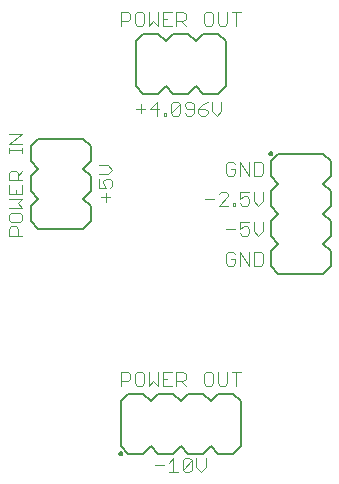
<source format=gbr>
G75*
G70*
%OFA0B0*%
%FSLAX24Y24*%
%IPPOS*%
%LPD*%
%AMOC8*
5,1,8,0,0,1.08239X$1,22.5*
%
%ADD10C,0.0040*%
%ADD11C,0.0060*%
%ADD12C,0.0050*%
D10*
X004740Y005663D02*
X004740Y006124D01*
X004970Y006124D01*
X005047Y006047D01*
X005047Y005894D01*
X004970Y005817D01*
X004740Y005817D01*
X005200Y005740D02*
X005277Y005663D01*
X005431Y005663D01*
X005507Y005740D01*
X005507Y006047D01*
X005431Y006124D01*
X005277Y006124D01*
X005200Y006047D01*
X005200Y005740D01*
X005661Y005663D02*
X005814Y005817D01*
X005968Y005663D01*
X005968Y006124D01*
X006121Y006124D02*
X006121Y005663D01*
X006428Y005663D01*
X006582Y005663D02*
X006582Y006124D01*
X006812Y006124D01*
X006888Y006047D01*
X006888Y005894D01*
X006812Y005817D01*
X006582Y005817D01*
X006735Y005817D02*
X006888Y005663D01*
X006428Y006124D02*
X006121Y006124D01*
X006121Y005894D02*
X006275Y005894D01*
X005661Y006124D02*
X005661Y005663D01*
X007502Y005740D02*
X007579Y005663D01*
X007733Y005663D01*
X007809Y005740D01*
X007809Y006047D01*
X007733Y006124D01*
X007579Y006124D01*
X007502Y006047D01*
X007502Y005740D01*
X007963Y005740D02*
X008039Y005663D01*
X008193Y005663D01*
X008270Y005740D01*
X008270Y006124D01*
X008423Y006124D02*
X008730Y006124D01*
X008577Y006124D02*
X008577Y005663D01*
X007963Y005740D02*
X007963Y006124D01*
X007553Y003249D02*
X007553Y002942D01*
X007400Y002788D01*
X007246Y002942D01*
X007246Y003249D01*
X007093Y003172D02*
X006786Y002865D01*
X006863Y002788D01*
X007016Y002788D01*
X007093Y002865D01*
X007093Y003172D01*
X007016Y003249D01*
X006863Y003249D01*
X006786Y003172D01*
X006786Y002865D01*
X006632Y002788D02*
X006325Y002788D01*
X006479Y002788D02*
X006479Y003249D01*
X006325Y003095D01*
X006172Y003019D02*
X005865Y003019D01*
X008311Y009663D02*
X008464Y009663D01*
X008541Y009740D01*
X008541Y009894D01*
X008387Y009894D01*
X008234Y010047D02*
X008234Y009740D01*
X008311Y009663D01*
X008234Y010047D02*
X008311Y010124D01*
X008464Y010124D01*
X008541Y010047D01*
X008694Y010124D02*
X009001Y009663D01*
X009001Y010124D01*
X009155Y010124D02*
X009385Y010124D01*
X009462Y010047D01*
X009462Y009740D01*
X009385Y009663D01*
X009155Y009663D01*
X009155Y010124D01*
X008694Y010124D02*
X008694Y009663D01*
X008771Y010663D02*
X008694Y010740D01*
X008771Y010663D02*
X008924Y010663D01*
X009001Y010740D01*
X009001Y010894D01*
X008924Y010970D01*
X008848Y010970D01*
X008694Y010894D01*
X008694Y011124D01*
X009001Y011124D01*
X009155Y011124D02*
X009155Y010817D01*
X009308Y010663D01*
X009462Y010817D01*
X009462Y011124D01*
X009308Y011663D02*
X009462Y011817D01*
X009462Y012124D01*
X009155Y012124D02*
X009155Y011817D01*
X009308Y011663D01*
X009001Y011740D02*
X008924Y011663D01*
X008771Y011663D01*
X008694Y011740D01*
X008541Y011740D02*
X008541Y011663D01*
X008464Y011663D01*
X008464Y011740D01*
X008541Y011740D01*
X008694Y011894D02*
X008848Y011970D01*
X008924Y011970D01*
X009001Y011894D01*
X009001Y011740D01*
X008694Y011894D02*
X008694Y012124D01*
X009001Y012124D01*
X009001Y012663D02*
X009001Y013124D01*
X009155Y013124D02*
X009385Y013124D01*
X009462Y013047D01*
X009462Y012740D01*
X009385Y012663D01*
X009155Y012663D01*
X009155Y013124D01*
X008694Y013124D02*
X009001Y012663D01*
X008694Y012663D02*
X008694Y013124D01*
X008541Y013047D02*
X008464Y013124D01*
X008311Y013124D01*
X008234Y013047D01*
X008234Y012740D01*
X008311Y012663D01*
X008464Y012663D01*
X008541Y012740D01*
X008541Y012894D01*
X008387Y012894D01*
X008234Y012124D02*
X008080Y012124D01*
X008004Y012047D01*
X007850Y011894D02*
X007543Y011894D01*
X008004Y011663D02*
X008311Y011970D01*
X008311Y012047D01*
X008234Y012124D01*
X008311Y011663D02*
X008004Y011663D01*
X008234Y010894D02*
X008541Y010894D01*
X007926Y014663D02*
X008079Y014817D01*
X008079Y015124D01*
X007772Y015124D02*
X007772Y014817D01*
X007926Y014663D01*
X007619Y014740D02*
X007619Y014817D01*
X007542Y014894D01*
X007312Y014894D01*
X007312Y014740D01*
X007388Y014663D01*
X007542Y014663D01*
X007619Y014740D01*
X007465Y015047D02*
X007312Y014894D01*
X007158Y014894D02*
X006928Y014894D01*
X006851Y014970D01*
X006851Y015047D01*
X006928Y015124D01*
X007082Y015124D01*
X007158Y015047D01*
X007158Y014740D01*
X007082Y014663D01*
X006928Y014663D01*
X006851Y014740D01*
X006698Y014740D02*
X006698Y015047D01*
X006391Y014740D01*
X006468Y014663D01*
X006621Y014663D01*
X006698Y014740D01*
X006698Y015047D02*
X006621Y015124D01*
X006468Y015124D01*
X006391Y015047D01*
X006391Y014740D01*
X006238Y014740D02*
X006238Y014663D01*
X006161Y014663D01*
X006161Y014740D01*
X006238Y014740D01*
X006007Y014894D02*
X005700Y014894D01*
X005931Y015124D01*
X005931Y014663D01*
X005547Y014894D02*
X005240Y014894D01*
X005393Y015047D02*
X005393Y014740D01*
X004297Y013016D02*
X003990Y013016D01*
X003990Y012709D02*
X004297Y012709D01*
X004450Y012863D01*
X004297Y013016D01*
X004220Y012556D02*
X004373Y012556D01*
X004450Y012479D01*
X004450Y012325D01*
X004373Y012249D01*
X004220Y012249D02*
X004143Y012402D01*
X004143Y012479D01*
X004220Y012556D01*
X003990Y012556D02*
X003990Y012249D01*
X004220Y012249D01*
X004220Y012095D02*
X004220Y011788D01*
X004066Y011942D02*
X004373Y011942D01*
X001450Y011891D02*
X000990Y011891D01*
X000990Y012044D02*
X001450Y012044D01*
X001450Y012351D01*
X001450Y012505D02*
X000990Y012505D01*
X000990Y012735D01*
X001066Y012812D01*
X001220Y012812D01*
X001297Y012735D01*
X001297Y012505D01*
X001297Y012658D02*
X001450Y012812D01*
X000990Y012351D02*
X000990Y012044D01*
X001220Y012044D02*
X001220Y012198D01*
X001450Y011891D02*
X001297Y011738D01*
X001450Y011584D01*
X000990Y011584D01*
X001066Y011431D02*
X000990Y011354D01*
X000990Y011200D01*
X001066Y011124D01*
X001373Y011124D01*
X001450Y011200D01*
X001450Y011354D01*
X001373Y011431D01*
X001066Y011431D01*
X001066Y010970D02*
X000990Y010894D01*
X000990Y010663D01*
X001450Y010663D01*
X001297Y010663D02*
X001297Y010894D01*
X001220Y010970D01*
X001066Y010970D01*
X000990Y013426D02*
X000990Y013579D01*
X000990Y013502D02*
X001450Y013502D01*
X001450Y013426D02*
X001450Y013579D01*
X001450Y013733D02*
X000990Y013733D01*
X001450Y014040D01*
X000990Y014040D01*
X004740Y017663D02*
X004740Y018124D01*
X004970Y018124D01*
X005047Y018047D01*
X005047Y017894D01*
X004970Y017817D01*
X004740Y017817D01*
X005200Y017740D02*
X005277Y017663D01*
X005431Y017663D01*
X005507Y017740D01*
X005507Y018047D01*
X005431Y018124D01*
X005277Y018124D01*
X005200Y018047D01*
X005200Y017740D01*
X005661Y017663D02*
X005814Y017817D01*
X005968Y017663D01*
X005968Y018124D01*
X006121Y018124D02*
X006121Y017663D01*
X006428Y017663D01*
X006582Y017663D02*
X006582Y018124D01*
X006812Y018124D01*
X006888Y018047D01*
X006888Y017894D01*
X006812Y017817D01*
X006582Y017817D01*
X006735Y017817D02*
X006888Y017663D01*
X006428Y018124D02*
X006121Y018124D01*
X006121Y017894D02*
X006275Y017894D01*
X005661Y018124D02*
X005661Y017663D01*
X007502Y017740D02*
X007579Y017663D01*
X007733Y017663D01*
X007809Y017740D01*
X007809Y018047D01*
X007733Y018124D01*
X007579Y018124D01*
X007502Y018047D01*
X007502Y017740D01*
X007963Y017740D02*
X008039Y017663D01*
X008193Y017663D01*
X008270Y017740D01*
X008270Y018124D01*
X008423Y018124D02*
X008730Y018124D01*
X008577Y018124D02*
X008577Y017663D01*
X007963Y017740D02*
X007963Y018124D01*
X007619Y015124D02*
X007465Y015047D01*
D11*
X007470Y015393D02*
X007220Y015643D01*
X006970Y015393D01*
X006470Y015393D01*
X006220Y015643D01*
X005970Y015393D01*
X005470Y015393D01*
X005220Y015643D01*
X005220Y017143D01*
X005470Y017393D01*
X005970Y017393D01*
X006220Y017143D01*
X006470Y017393D01*
X006970Y017393D01*
X007220Y017143D01*
X007470Y017393D01*
X007970Y017393D01*
X008220Y017143D01*
X008220Y015643D01*
X007970Y015393D01*
X007470Y015393D01*
X009720Y013143D02*
X009720Y012643D01*
X009970Y012393D01*
X009720Y012143D01*
X009720Y011643D01*
X009970Y011393D01*
X009720Y011143D01*
X009720Y010643D01*
X009970Y010393D01*
X009720Y010143D01*
X009720Y009643D01*
X009970Y009393D01*
X011470Y009393D01*
X011720Y009643D01*
X011720Y010143D01*
X011470Y010393D01*
X011720Y010643D01*
X011720Y011143D01*
X011470Y011393D01*
X011720Y011643D01*
X011720Y012143D01*
X011470Y012393D01*
X011720Y012643D01*
X011720Y013143D01*
X011470Y013393D01*
X009970Y013393D01*
X009720Y013143D01*
X003720Y013143D02*
X003470Y012893D01*
X003720Y012643D01*
X003720Y012143D01*
X003470Y011893D01*
X003720Y011643D01*
X003720Y011143D01*
X003470Y010893D01*
X001970Y010893D01*
X001720Y011143D01*
X001720Y011643D01*
X001970Y011893D01*
X001720Y012143D01*
X001720Y012643D01*
X001970Y012893D01*
X001720Y013143D01*
X001720Y013643D01*
X001970Y013893D01*
X003470Y013893D01*
X003720Y013643D01*
X003720Y013143D01*
X004970Y005393D02*
X004720Y005143D01*
X004720Y003643D01*
X004970Y003393D01*
X005470Y003393D01*
X005720Y003643D01*
X005970Y003393D01*
X006470Y003393D01*
X006720Y003643D01*
X006970Y003393D01*
X007470Y003393D01*
X007720Y003643D01*
X007970Y003393D01*
X008470Y003393D01*
X008720Y003643D01*
X008720Y005143D01*
X008470Y005393D01*
X007970Y005393D01*
X007720Y005143D01*
X007470Y005393D01*
X006970Y005393D01*
X006720Y005143D01*
X006470Y005393D01*
X005970Y005393D01*
X005720Y005143D01*
X005470Y005393D01*
X004970Y005393D01*
D12*
X004670Y003393D02*
X004672Y003406D01*
X004677Y003419D01*
X004686Y003430D01*
X004697Y003437D01*
X004710Y003442D01*
X004723Y003443D01*
X004737Y003440D01*
X004749Y003434D01*
X004759Y003425D01*
X004766Y003413D01*
X004770Y003400D01*
X004770Y003386D01*
X004766Y003373D01*
X004759Y003361D01*
X004749Y003352D01*
X004737Y003346D01*
X004723Y003343D01*
X004710Y003344D01*
X004697Y003349D01*
X004686Y003356D01*
X004677Y003367D01*
X004672Y003380D01*
X004670Y003393D01*
X009670Y013393D02*
X009672Y013406D01*
X009677Y013419D01*
X009686Y013430D01*
X009697Y013437D01*
X009710Y013442D01*
X009723Y013443D01*
X009737Y013440D01*
X009749Y013434D01*
X009759Y013425D01*
X009766Y013413D01*
X009770Y013400D01*
X009770Y013386D01*
X009766Y013373D01*
X009759Y013361D01*
X009749Y013352D01*
X009737Y013346D01*
X009723Y013343D01*
X009710Y013344D01*
X009697Y013349D01*
X009686Y013356D01*
X009677Y013367D01*
X009672Y013380D01*
X009670Y013393D01*
M02*

</source>
